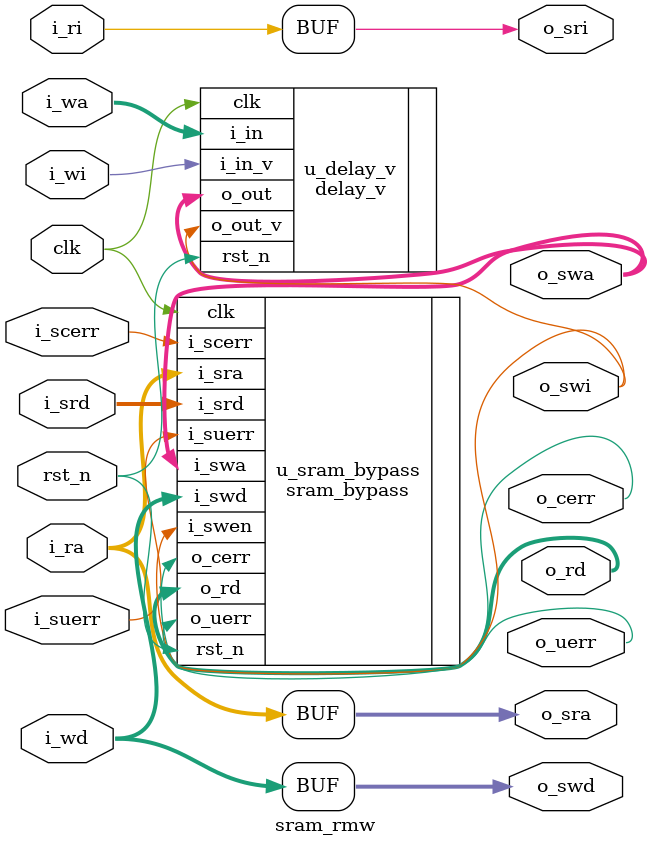
<source format=sv>


// Used to implement a read-modify-write sram. Assumes that the modification
// of the o_rd data to i_wd data happens in one combination block outside of
// this unit. Exposes the wi/wa ports (so that mgmt write can be injected),
// but still does the delay of these channels internally. Consequently it
// assumes that i_wi/i_wa arrive READ_LATENCY cycles before the associated
// i_wd.

module sram_rmw #(parameter WA=6,           // Sram address width
                  parameter WD=32,          // Sram datapath width
                  parameter READ_LATENCY=2, // Sram read latency
                  parameter UNFLOPPED_BYPASS=0)
  (input   logic           clk,
   input   logic           rst_n,
   // Inputs
   input   logic           i_ri,     // read enable
   input   logic           i_wi,     // write enable
   input   logic [WA-1:0]  i_ra,     // read address
   input   logic [WA-1:0]  i_wa,     // write address
   input   logic [WD-1:0]  i_wd,     // write data (that has been modified)
   input   logic [WD-1:0]  i_srd,    // read data input from sram
   input   logic           i_suerr,  // uncorrectable error bit from sram
   input   logic           i_scerr,  // correctable error bit from sram
   // Outputs                        
   output  logic [WD-1:0]  o_rd,     // read data output (to be modified)
   output  logic           o_sri,    // sram read enable
   output  logic           o_swi,    // sram write enable
   output  logic [WA-1:0]  o_sra,    // sram read address
   output  logic [WA-1:0]  o_swa,    // sram write address
   output  logic [WD-1:0]  o_swd,    // sram write data
   output  logic           o_uerr,   // error suppressed when sram rd not used
   output  logic           o_cerr    // error suppressed when sram rd not used
   );
  
  // Sram read control and write data drive the sram directly
  assign   o_sri = i_ri;
  assign   o_sra = i_ra;
  assign   o_swd = i_wd;  

  // Store the write address and enable until i_wd comes back around
  delay_v #(.WIDTH(WA), .STAGES(READ_LATENCY)) u_delay_v
    (.clk(clk), .rst_n(rst_n), .i_in(i_wa),   .i_in_v(i_wi),
                               .o_out(o_swa), .o_out_v(o_swi));

  // Instantiate bypass to hide the read latency
  sram_bypass #(.WA               (WA),            // Address width
                .WD               (WD),            // Datapath width
                .READ_LATENCY     (READ_LATENCY),  // Read latency of sram
                .UNFLOPPED_BYPASS (UNFLOPPED_BYPASS)// Always flop bypass data
                ) u_sram_bypass
    (.clk     (clk),
     .rst_n   (rst_n),
     .i_sra   (o_sra),
     .i_srd   (i_srd),
     .i_swa   (o_swa),
     .i_swen  (o_swi),
     .i_swd   (o_swd),
     .o_rd    (o_rd),
     .i_suerr (i_suerr),
     .i_scerr (i_scerr),
     .o_uerr  (o_uerr),
     .o_cerr  (o_cerr));

endmodule

</source>
